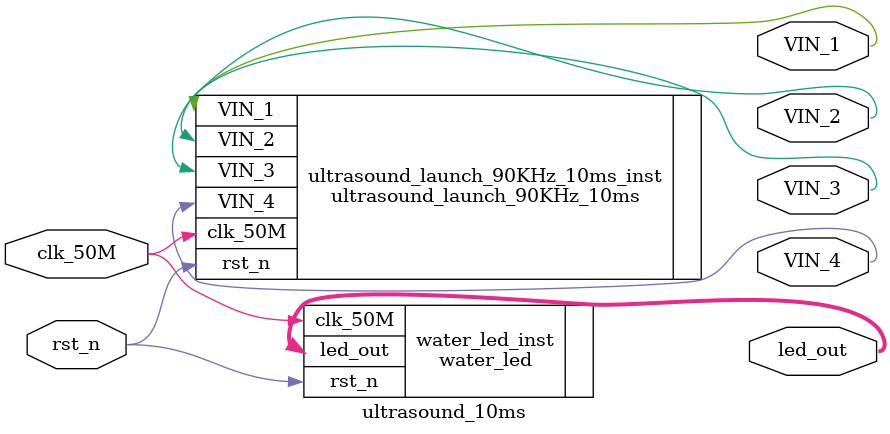
<source format=v>
module ultrasound_10ms 
(
	input 	wire 		clk_50M		,
	input 	wire 		rst_n	,

	output 	wire 	[3:0]led_out,   // 流水灯输出
	output  wire 	VIN_1		,   // 通道 1 输出
	output  wire 	VIN_2		,   // 通道 2 输出
	output  wire 	VIN_3		,   // 通道 3 输出
	output  wire 	VIN_4		    // 通道 4 输出
);

ultrasound_launch_90KHz_10ms 
#(
	.CNT_MAX 	 (   1666    ),
	.CNT_10M 	 (  499_999  )
)
ultrasound_launch_90KHz_10ms_inst
(
	.clk_50M	(clk_50M) ,
	.rst_n		(rst_n)	  ,

	.VIN_1		(VIN_1)	  ,
    .VIN_2		(VIN_2)   ,
	.VIN_3		(VIN_3)   ,
	.VIN_4		(VIN_4)  
);

water_led 
#(
	.CNT_MAX_500MS 	(24_999_999)
	
)
water_led_inst
(
	.clk_50M	(clk_50M),
	.rst_n		(rst_n)	 ,

	.led_out	(led_out)
);

endmodule 
</source>
